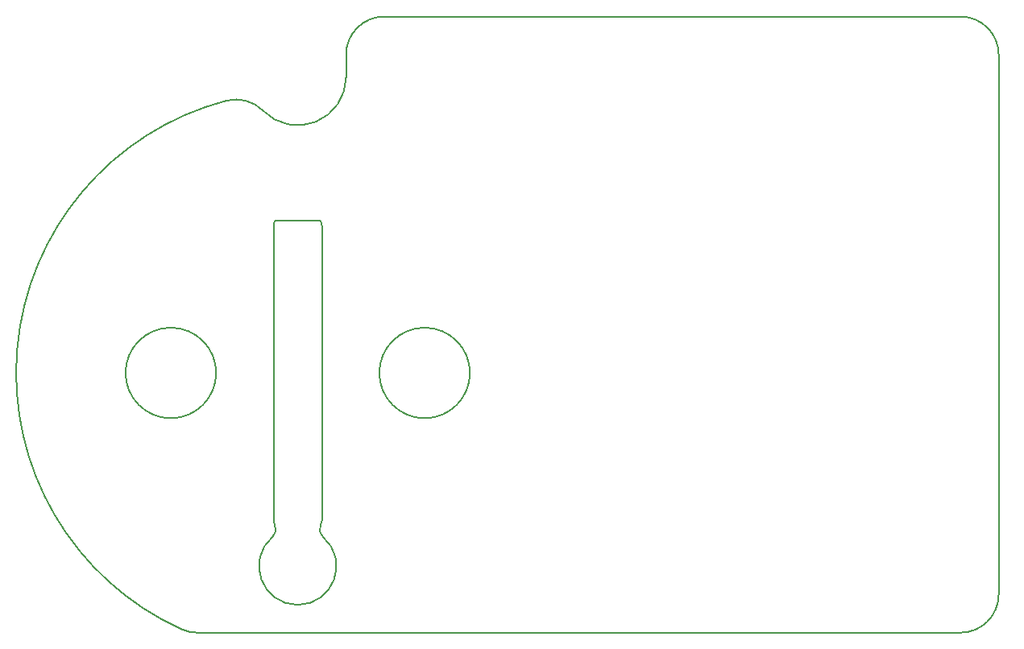
<source format=gm1>
G04 #@! TF.GenerationSoftware,KiCad,Pcbnew,(5.1.4-0-10_14)*
G04 #@! TF.CreationDate,2020-02-02T19:29:53-05:00*
G04 #@! TF.ProjectId,AIR_MINUS,4149525f-4d49-44e5-9553-2e6b69636164,rev?*
G04 #@! TF.SameCoordinates,Original*
G04 #@! TF.FileFunction,Profile,NP*
%FSLAX46Y46*%
G04 Gerber Fmt 4.6, Leading zero omitted, Abs format (unit mm)*
G04 Created by KiCad (PCBNEW (5.1.4-0-10_14)) date 2020-02-02 19:29:53*
%MOMM*%
%LPD*%
G04 APERTURE LIST*
%ADD10C,0.200000*%
G04 APERTURE END LIST*
D10*
X66045048Y-174307686D02*
G75*
G02X70774888Y-118733954I12224952J26947686D01*
G01*
X151929999Y-170664999D02*
G75*
G02X147929999Y-174664999I-4000000J0D01*
G01*
X70774887Y-118733954D02*
G75*
G02X74643534Y-119802407I1013162J-3869561D01*
G01*
X147929999Y-174664999D02*
X67697571Y-174664999D01*
X75730000Y-131850001D02*
G75*
G02X75853253Y-131369049I1000000J1D01*
G01*
X151930000Y-170664999D02*
X151930000Y-113895001D01*
X83350000Y-113895001D02*
G75*
G02X87350000Y-109895001I4000000J0D01*
G01*
X83350000Y-116245000D02*
G75*
G02X74643534Y-119802407I-5080000J0D01*
G01*
X147929999Y-109895000D02*
X87350000Y-109895000D01*
X80913257Y-164591635D02*
G75*
G02X80686747Y-163350951I650237J759732D01*
G01*
X75853253Y-131369049D02*
X80686747Y-131369049D01*
X67697571Y-174664999D02*
G75*
G02X66045048Y-174307686I0J4000000D01*
G01*
X75853253Y-163350951D02*
G75*
G02X75626743Y-164591635I-876747J-480952D01*
G01*
X80686747Y-131369048D02*
G75*
G02X80810000Y-131850000I-876747J-480952D01*
G01*
X80913258Y-164591636D02*
G75*
G02X75626743Y-164591635I-2643258J-3088364D01*
G01*
X75853253Y-163350952D02*
G75*
G02X75730000Y-162870000I876747J480952D01*
G01*
X69697001Y-147360000D02*
G75*
G03X69697001Y-147360000I-4762001J0D01*
G01*
X96367000Y-147360000D02*
G75*
G03X96367000Y-147360000I-4762000J0D01*
G01*
X75730000Y-131850000D02*
X75730000Y-162870000D01*
X80810000Y-131850000D02*
X80810000Y-162870000D01*
X80810000Y-162869999D02*
G75*
G02X80686747Y-163350951I-1000000J-1D01*
G01*
X147929999Y-109895001D02*
G75*
G02X151929999Y-113895001I0J-4000000D01*
G01*
X83350000Y-116245000D02*
X83350000Y-113895001D01*
M02*

</source>
